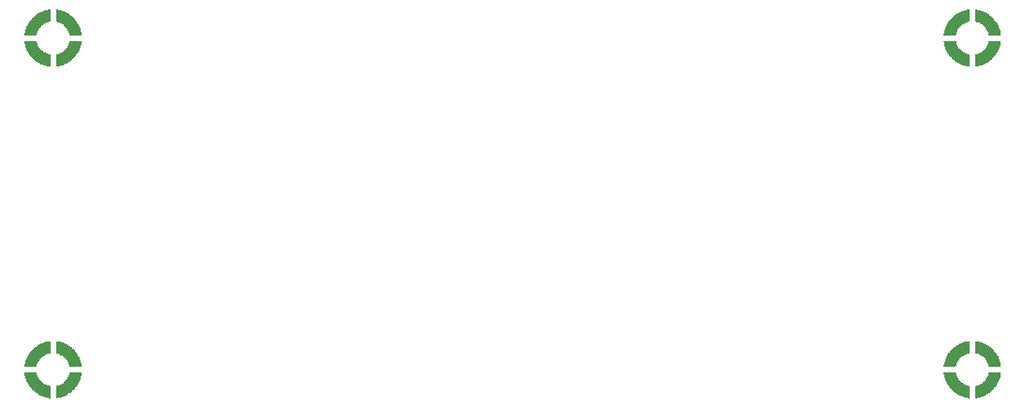
<source format=gbr>
%TF.GenerationSoftware,KiCad,Pcbnew,8.0.5*%
%TF.CreationDate,2025-04-28T01:24:49-04:00*%
%TF.ProjectId,CanSat_Power_Management_Board,43616e53-6174-45f5-906f-7765725f4d61,rev?*%
%TF.SameCoordinates,Original*%
%TF.FileFunction,Paste,Bot*%
%TF.FilePolarity,Positive*%
%FSLAX46Y46*%
G04 Gerber Fmt 4.6, Leading zero omitted, Abs format (unit mm)*
G04 Created by KiCad (PCBNEW 8.0.5) date 2025-04-28 01:24:49*
%MOMM*%
%LPD*%
G01*
G04 APERTURE LIST*
%ADD10C,0.010000*%
G04 APERTURE END LIST*
D10*
%TO.C,REF\u002A\u002A*%
X191200000Y-83480000D02*
X191145000Y-83490000D01*
X191070000Y-83510000D01*
X190990000Y-83535000D01*
X190925000Y-83560000D01*
X190855000Y-83590000D01*
X190755000Y-83640000D01*
X190685000Y-83680000D01*
X190610000Y-83730000D01*
X190530000Y-83790000D01*
X190475000Y-83835000D01*
X190430000Y-83880000D01*
X190390000Y-83920000D01*
X190355000Y-83955000D01*
X190295000Y-84025000D01*
X190245000Y-84090000D01*
X190190000Y-84170000D01*
X190145000Y-84245000D01*
X190080000Y-84375000D01*
X190040000Y-84475000D01*
X190010000Y-84570000D01*
X189990000Y-84645000D01*
X189980000Y-84700000D01*
X188960000Y-84700000D01*
X188965000Y-84640000D01*
X188975000Y-84575000D01*
X188985000Y-84515000D01*
X189000000Y-84440000D01*
X189025000Y-84340000D01*
X189055000Y-84240000D01*
X189085000Y-84145000D01*
X189110000Y-84080000D01*
X189140000Y-84005000D01*
X189175000Y-83925000D01*
X189215000Y-83845000D01*
X189255000Y-83770000D01*
X189300000Y-83690000D01*
X189340000Y-83625000D01*
X189390000Y-83550000D01*
X189440000Y-83480000D01*
X189490000Y-83415000D01*
X189545000Y-83345000D01*
X189595000Y-83290000D01*
X189655000Y-83225000D01*
X189715000Y-83165000D01*
X189785000Y-83100000D01*
X189845000Y-83045000D01*
X189940000Y-82970000D01*
X190035000Y-82900000D01*
X190110000Y-82850000D01*
X190180000Y-82805000D01*
X190250000Y-82765000D01*
X190335000Y-82720000D01*
X190385000Y-82695000D01*
X190460000Y-82660000D01*
X190530000Y-82630000D01*
X190605000Y-82600000D01*
X190675000Y-82575000D01*
X190750000Y-82550000D01*
X190825000Y-82530000D01*
X190900000Y-82510000D01*
X190990000Y-82490000D01*
X191075000Y-82475000D01*
X191140000Y-82465000D01*
X191200000Y-82460000D01*
X191200000Y-83480000D01*
G36*
X191200000Y-83480000D02*
G01*
X191145000Y-83490000D01*
X191070000Y-83510000D01*
X190990000Y-83535000D01*
X190925000Y-83560000D01*
X190855000Y-83590000D01*
X190755000Y-83640000D01*
X190685000Y-83680000D01*
X190610000Y-83730000D01*
X190530000Y-83790000D01*
X190475000Y-83835000D01*
X190430000Y-83880000D01*
X190390000Y-83920000D01*
X190355000Y-83955000D01*
X190295000Y-84025000D01*
X190245000Y-84090000D01*
X190190000Y-84170000D01*
X190145000Y-84245000D01*
X190080000Y-84375000D01*
X190040000Y-84475000D01*
X190010000Y-84570000D01*
X189990000Y-84645000D01*
X189980000Y-84700000D01*
X188960000Y-84700000D01*
X188965000Y-84640000D01*
X188975000Y-84575000D01*
X188985000Y-84515000D01*
X189000000Y-84440000D01*
X189025000Y-84340000D01*
X189055000Y-84240000D01*
X189085000Y-84145000D01*
X189110000Y-84080000D01*
X189140000Y-84005000D01*
X189175000Y-83925000D01*
X189215000Y-83845000D01*
X189255000Y-83770000D01*
X189300000Y-83690000D01*
X189340000Y-83625000D01*
X189390000Y-83550000D01*
X189440000Y-83480000D01*
X189490000Y-83415000D01*
X189545000Y-83345000D01*
X189595000Y-83290000D01*
X189655000Y-83225000D01*
X189715000Y-83165000D01*
X189785000Y-83100000D01*
X189845000Y-83045000D01*
X189940000Y-82970000D01*
X190035000Y-82900000D01*
X190110000Y-82850000D01*
X190180000Y-82805000D01*
X190250000Y-82765000D01*
X190335000Y-82720000D01*
X190385000Y-82695000D01*
X190460000Y-82660000D01*
X190530000Y-82630000D01*
X190605000Y-82600000D01*
X190675000Y-82575000D01*
X190750000Y-82550000D01*
X190825000Y-82530000D01*
X190900000Y-82510000D01*
X190990000Y-82490000D01*
X191075000Y-82475000D01*
X191140000Y-82465000D01*
X191200000Y-82460000D01*
X191200000Y-83480000D01*
G37*
X189990000Y-85355000D02*
X190010000Y-85430000D01*
X190035000Y-85510000D01*
X190060000Y-85575000D01*
X190090000Y-85645000D01*
X190140000Y-85745000D01*
X190180000Y-85815000D01*
X190230000Y-85890000D01*
X190290000Y-85970000D01*
X190335000Y-86025000D01*
X190380000Y-86070000D01*
X190420000Y-86110000D01*
X190455000Y-86145000D01*
X190525000Y-86205000D01*
X190590000Y-86255000D01*
X190670000Y-86310000D01*
X190745000Y-86355000D01*
X190875000Y-86420000D01*
X190975000Y-86460000D01*
X191070000Y-86490000D01*
X191145000Y-86510000D01*
X191200000Y-86520000D01*
X191200000Y-87540000D01*
X191140000Y-87535000D01*
X191075000Y-87525000D01*
X191015000Y-87515000D01*
X190940000Y-87500000D01*
X190840000Y-87475000D01*
X190740000Y-87445000D01*
X190645000Y-87415000D01*
X190580000Y-87390000D01*
X190505000Y-87360000D01*
X190425000Y-87325000D01*
X190345000Y-87285000D01*
X190270000Y-87245000D01*
X190190000Y-87200000D01*
X190125000Y-87160000D01*
X190050000Y-87110000D01*
X189980000Y-87060000D01*
X189915000Y-87010000D01*
X189845000Y-86955000D01*
X189790000Y-86905000D01*
X189725000Y-86845000D01*
X189665000Y-86785000D01*
X189600000Y-86715000D01*
X189545000Y-86655000D01*
X189470000Y-86560000D01*
X189400000Y-86465000D01*
X189350000Y-86390000D01*
X189305000Y-86320000D01*
X189265000Y-86250000D01*
X189220000Y-86165000D01*
X189195000Y-86115000D01*
X189160000Y-86040000D01*
X189130000Y-85970000D01*
X189100000Y-85895000D01*
X189075000Y-85825000D01*
X189050000Y-85750000D01*
X189030000Y-85675000D01*
X189010000Y-85600000D01*
X188990000Y-85510000D01*
X188975000Y-85425000D01*
X188965000Y-85360000D01*
X188960000Y-85300000D01*
X189980000Y-85300000D01*
X189990000Y-85355000D01*
G36*
X189990000Y-85355000D02*
G01*
X190010000Y-85430000D01*
X190035000Y-85510000D01*
X190060000Y-85575000D01*
X190090000Y-85645000D01*
X190140000Y-85745000D01*
X190180000Y-85815000D01*
X190230000Y-85890000D01*
X190290000Y-85970000D01*
X190335000Y-86025000D01*
X190380000Y-86070000D01*
X190420000Y-86110000D01*
X190455000Y-86145000D01*
X190525000Y-86205000D01*
X190590000Y-86255000D01*
X190670000Y-86310000D01*
X190745000Y-86355000D01*
X190875000Y-86420000D01*
X190975000Y-86460000D01*
X191070000Y-86490000D01*
X191145000Y-86510000D01*
X191200000Y-86520000D01*
X191200000Y-87540000D01*
X191140000Y-87535000D01*
X191075000Y-87525000D01*
X191015000Y-87515000D01*
X190940000Y-87500000D01*
X190840000Y-87475000D01*
X190740000Y-87445000D01*
X190645000Y-87415000D01*
X190580000Y-87390000D01*
X190505000Y-87360000D01*
X190425000Y-87325000D01*
X190345000Y-87285000D01*
X190270000Y-87245000D01*
X190190000Y-87200000D01*
X190125000Y-87160000D01*
X190050000Y-87110000D01*
X189980000Y-87060000D01*
X189915000Y-87010000D01*
X189845000Y-86955000D01*
X189790000Y-86905000D01*
X189725000Y-86845000D01*
X189665000Y-86785000D01*
X189600000Y-86715000D01*
X189545000Y-86655000D01*
X189470000Y-86560000D01*
X189400000Y-86465000D01*
X189350000Y-86390000D01*
X189305000Y-86320000D01*
X189265000Y-86250000D01*
X189220000Y-86165000D01*
X189195000Y-86115000D01*
X189160000Y-86040000D01*
X189130000Y-85970000D01*
X189100000Y-85895000D01*
X189075000Y-85825000D01*
X189050000Y-85750000D01*
X189030000Y-85675000D01*
X189010000Y-85600000D01*
X188990000Y-85510000D01*
X188975000Y-85425000D01*
X188965000Y-85360000D01*
X188960000Y-85300000D01*
X189980000Y-85300000D01*
X189990000Y-85355000D01*
G37*
X191860000Y-82465000D02*
X191925000Y-82475000D01*
X191985000Y-82485000D01*
X192060000Y-82500000D01*
X192160000Y-82525000D01*
X192260000Y-82555000D01*
X192355000Y-82585000D01*
X192420000Y-82610000D01*
X192495000Y-82640000D01*
X192575000Y-82675000D01*
X192655000Y-82715000D01*
X192730000Y-82755000D01*
X192810000Y-82800000D01*
X192875000Y-82840000D01*
X192950000Y-82890000D01*
X193020000Y-82940000D01*
X193085000Y-82990000D01*
X193155000Y-83045000D01*
X193210000Y-83095000D01*
X193275000Y-83155000D01*
X193335000Y-83215000D01*
X193400000Y-83285000D01*
X193455000Y-83345000D01*
X193530000Y-83440000D01*
X193600000Y-83535000D01*
X193650000Y-83610000D01*
X193695000Y-83680000D01*
X193735000Y-83750000D01*
X193780000Y-83835000D01*
X193805000Y-83885000D01*
X193840000Y-83960000D01*
X193870000Y-84030000D01*
X193900000Y-84105000D01*
X193925000Y-84175000D01*
X193950000Y-84250000D01*
X193970000Y-84325000D01*
X193990000Y-84400000D01*
X194010000Y-84490000D01*
X194025000Y-84575000D01*
X194035000Y-84640000D01*
X194040000Y-84700000D01*
X193020000Y-84700000D01*
X193010000Y-84645000D01*
X192990000Y-84570000D01*
X192965000Y-84490000D01*
X192940000Y-84425000D01*
X192910000Y-84355000D01*
X192860000Y-84255000D01*
X192820000Y-84185000D01*
X192770000Y-84110000D01*
X192710000Y-84030000D01*
X192665000Y-83975000D01*
X192620000Y-83930000D01*
X192580000Y-83890000D01*
X192545000Y-83855000D01*
X192475000Y-83795000D01*
X192410000Y-83745000D01*
X192330000Y-83690000D01*
X192255000Y-83645000D01*
X192125000Y-83580000D01*
X192025000Y-83540000D01*
X191930000Y-83510000D01*
X191855000Y-83490000D01*
X191800000Y-83480000D01*
X191800000Y-82460000D01*
X191860000Y-82465000D01*
G36*
X191860000Y-82465000D02*
G01*
X191925000Y-82475000D01*
X191985000Y-82485000D01*
X192060000Y-82500000D01*
X192160000Y-82525000D01*
X192260000Y-82555000D01*
X192355000Y-82585000D01*
X192420000Y-82610000D01*
X192495000Y-82640000D01*
X192575000Y-82675000D01*
X192655000Y-82715000D01*
X192730000Y-82755000D01*
X192810000Y-82800000D01*
X192875000Y-82840000D01*
X192950000Y-82890000D01*
X193020000Y-82940000D01*
X193085000Y-82990000D01*
X193155000Y-83045000D01*
X193210000Y-83095000D01*
X193275000Y-83155000D01*
X193335000Y-83215000D01*
X193400000Y-83285000D01*
X193455000Y-83345000D01*
X193530000Y-83440000D01*
X193600000Y-83535000D01*
X193650000Y-83610000D01*
X193695000Y-83680000D01*
X193735000Y-83750000D01*
X193780000Y-83835000D01*
X193805000Y-83885000D01*
X193840000Y-83960000D01*
X193870000Y-84030000D01*
X193900000Y-84105000D01*
X193925000Y-84175000D01*
X193950000Y-84250000D01*
X193970000Y-84325000D01*
X193990000Y-84400000D01*
X194010000Y-84490000D01*
X194025000Y-84575000D01*
X194035000Y-84640000D01*
X194040000Y-84700000D01*
X193020000Y-84700000D01*
X193010000Y-84645000D01*
X192990000Y-84570000D01*
X192965000Y-84490000D01*
X192940000Y-84425000D01*
X192910000Y-84355000D01*
X192860000Y-84255000D01*
X192820000Y-84185000D01*
X192770000Y-84110000D01*
X192710000Y-84030000D01*
X192665000Y-83975000D01*
X192620000Y-83930000D01*
X192580000Y-83890000D01*
X192545000Y-83855000D01*
X192475000Y-83795000D01*
X192410000Y-83745000D01*
X192330000Y-83690000D01*
X192255000Y-83645000D01*
X192125000Y-83580000D01*
X192025000Y-83540000D01*
X191930000Y-83510000D01*
X191855000Y-83490000D01*
X191800000Y-83480000D01*
X191800000Y-82460000D01*
X191860000Y-82465000D01*
G37*
X194035000Y-85360000D02*
X194025000Y-85425000D01*
X194015000Y-85485000D01*
X194000000Y-85560000D01*
X193975000Y-85660000D01*
X193945000Y-85760000D01*
X193915000Y-85855000D01*
X193890000Y-85920000D01*
X193860000Y-85995000D01*
X193825000Y-86075000D01*
X193785000Y-86155000D01*
X193745000Y-86230000D01*
X193700000Y-86310000D01*
X193660000Y-86375000D01*
X193610000Y-86450000D01*
X193560000Y-86520000D01*
X193510000Y-86585000D01*
X193455000Y-86655000D01*
X193405000Y-86710000D01*
X193345000Y-86775000D01*
X193285000Y-86835000D01*
X193215000Y-86900000D01*
X193155000Y-86955000D01*
X193060000Y-87030000D01*
X192965000Y-87100000D01*
X192890000Y-87150000D01*
X192820000Y-87195000D01*
X192750000Y-87235000D01*
X192665000Y-87280000D01*
X192615000Y-87305000D01*
X192540000Y-87340000D01*
X192470000Y-87370000D01*
X192395000Y-87400000D01*
X192325000Y-87425000D01*
X192250000Y-87450000D01*
X192175000Y-87470000D01*
X192100000Y-87490000D01*
X192010000Y-87510000D01*
X191925000Y-87525000D01*
X191860000Y-87535000D01*
X191800000Y-87540000D01*
X191800000Y-86520000D01*
X191855000Y-86510000D01*
X191930000Y-86490000D01*
X192010000Y-86465000D01*
X192075000Y-86440000D01*
X192145000Y-86410000D01*
X192245000Y-86360000D01*
X192315000Y-86320000D01*
X192390000Y-86270000D01*
X192470000Y-86210000D01*
X192525000Y-86165000D01*
X192570000Y-86120000D01*
X192610000Y-86080000D01*
X192645000Y-86045000D01*
X192705000Y-85975000D01*
X192755000Y-85910000D01*
X192810000Y-85830000D01*
X192855000Y-85755000D01*
X192920000Y-85625000D01*
X192960000Y-85525000D01*
X192990000Y-85430000D01*
X193010000Y-85355000D01*
X193020000Y-85300000D01*
X194040000Y-85300000D01*
X194035000Y-85360000D01*
G36*
X194035000Y-85360000D02*
G01*
X194025000Y-85425000D01*
X194015000Y-85485000D01*
X194000000Y-85560000D01*
X193975000Y-85660000D01*
X193945000Y-85760000D01*
X193915000Y-85855000D01*
X193890000Y-85920000D01*
X193860000Y-85995000D01*
X193825000Y-86075000D01*
X193785000Y-86155000D01*
X193745000Y-86230000D01*
X193700000Y-86310000D01*
X193660000Y-86375000D01*
X193610000Y-86450000D01*
X193560000Y-86520000D01*
X193510000Y-86585000D01*
X193455000Y-86655000D01*
X193405000Y-86710000D01*
X193345000Y-86775000D01*
X193285000Y-86835000D01*
X193215000Y-86900000D01*
X193155000Y-86955000D01*
X193060000Y-87030000D01*
X192965000Y-87100000D01*
X192890000Y-87150000D01*
X192820000Y-87195000D01*
X192750000Y-87235000D01*
X192665000Y-87280000D01*
X192615000Y-87305000D01*
X192540000Y-87340000D01*
X192470000Y-87370000D01*
X192395000Y-87400000D01*
X192325000Y-87425000D01*
X192250000Y-87450000D01*
X192175000Y-87470000D01*
X192100000Y-87490000D01*
X192010000Y-87510000D01*
X191925000Y-87525000D01*
X191860000Y-87535000D01*
X191800000Y-87540000D01*
X191800000Y-86520000D01*
X191855000Y-86510000D01*
X191930000Y-86490000D01*
X192010000Y-86465000D01*
X192075000Y-86440000D01*
X192145000Y-86410000D01*
X192245000Y-86360000D01*
X192315000Y-86320000D01*
X192390000Y-86270000D01*
X192470000Y-86210000D01*
X192525000Y-86165000D01*
X192570000Y-86120000D01*
X192610000Y-86080000D01*
X192645000Y-86045000D01*
X192705000Y-85975000D01*
X192755000Y-85910000D01*
X192810000Y-85830000D01*
X192855000Y-85755000D01*
X192920000Y-85625000D01*
X192960000Y-85525000D01*
X192990000Y-85430000D01*
X193010000Y-85355000D01*
X193020000Y-85300000D01*
X194040000Y-85300000D01*
X194035000Y-85360000D01*
G37*
X108200000Y-113480000D02*
X108145000Y-113490000D01*
X108070000Y-113510000D01*
X107990000Y-113535000D01*
X107925000Y-113560000D01*
X107855000Y-113590000D01*
X107755000Y-113640000D01*
X107685000Y-113680000D01*
X107610000Y-113730000D01*
X107530000Y-113790000D01*
X107475000Y-113835000D01*
X107430000Y-113880000D01*
X107390000Y-113920000D01*
X107355000Y-113955000D01*
X107295000Y-114025000D01*
X107245000Y-114090000D01*
X107190000Y-114170000D01*
X107145000Y-114245000D01*
X107080000Y-114375000D01*
X107040000Y-114475000D01*
X107010000Y-114570000D01*
X106990000Y-114645000D01*
X106980000Y-114700000D01*
X105960000Y-114700000D01*
X105965000Y-114640000D01*
X105975000Y-114575000D01*
X105985000Y-114515000D01*
X106000000Y-114440000D01*
X106025000Y-114340000D01*
X106055000Y-114240000D01*
X106085000Y-114145000D01*
X106110000Y-114080000D01*
X106140000Y-114005000D01*
X106175000Y-113925000D01*
X106215000Y-113845000D01*
X106255000Y-113770000D01*
X106300000Y-113690000D01*
X106340000Y-113625000D01*
X106390000Y-113550000D01*
X106440000Y-113480000D01*
X106490000Y-113415000D01*
X106545000Y-113345000D01*
X106595000Y-113290000D01*
X106655000Y-113225000D01*
X106715000Y-113165000D01*
X106785000Y-113100000D01*
X106845000Y-113045000D01*
X106940000Y-112970000D01*
X107035000Y-112900000D01*
X107110000Y-112850000D01*
X107180000Y-112805000D01*
X107250000Y-112765000D01*
X107335000Y-112720000D01*
X107385000Y-112695000D01*
X107460000Y-112660000D01*
X107530000Y-112630000D01*
X107605000Y-112600000D01*
X107675000Y-112575000D01*
X107750000Y-112550000D01*
X107825000Y-112530000D01*
X107900000Y-112510000D01*
X107990000Y-112490000D01*
X108075000Y-112475000D01*
X108140000Y-112465000D01*
X108200000Y-112460000D01*
X108200000Y-113480000D01*
G36*
X108200000Y-113480000D02*
G01*
X108145000Y-113490000D01*
X108070000Y-113510000D01*
X107990000Y-113535000D01*
X107925000Y-113560000D01*
X107855000Y-113590000D01*
X107755000Y-113640000D01*
X107685000Y-113680000D01*
X107610000Y-113730000D01*
X107530000Y-113790000D01*
X107475000Y-113835000D01*
X107430000Y-113880000D01*
X107390000Y-113920000D01*
X107355000Y-113955000D01*
X107295000Y-114025000D01*
X107245000Y-114090000D01*
X107190000Y-114170000D01*
X107145000Y-114245000D01*
X107080000Y-114375000D01*
X107040000Y-114475000D01*
X107010000Y-114570000D01*
X106990000Y-114645000D01*
X106980000Y-114700000D01*
X105960000Y-114700000D01*
X105965000Y-114640000D01*
X105975000Y-114575000D01*
X105985000Y-114515000D01*
X106000000Y-114440000D01*
X106025000Y-114340000D01*
X106055000Y-114240000D01*
X106085000Y-114145000D01*
X106110000Y-114080000D01*
X106140000Y-114005000D01*
X106175000Y-113925000D01*
X106215000Y-113845000D01*
X106255000Y-113770000D01*
X106300000Y-113690000D01*
X106340000Y-113625000D01*
X106390000Y-113550000D01*
X106440000Y-113480000D01*
X106490000Y-113415000D01*
X106545000Y-113345000D01*
X106595000Y-113290000D01*
X106655000Y-113225000D01*
X106715000Y-113165000D01*
X106785000Y-113100000D01*
X106845000Y-113045000D01*
X106940000Y-112970000D01*
X107035000Y-112900000D01*
X107110000Y-112850000D01*
X107180000Y-112805000D01*
X107250000Y-112765000D01*
X107335000Y-112720000D01*
X107385000Y-112695000D01*
X107460000Y-112660000D01*
X107530000Y-112630000D01*
X107605000Y-112600000D01*
X107675000Y-112575000D01*
X107750000Y-112550000D01*
X107825000Y-112530000D01*
X107900000Y-112510000D01*
X107990000Y-112490000D01*
X108075000Y-112475000D01*
X108140000Y-112465000D01*
X108200000Y-112460000D01*
X108200000Y-113480000D01*
G37*
X106990000Y-115355000D02*
X107010000Y-115430000D01*
X107035000Y-115510000D01*
X107060000Y-115575000D01*
X107090000Y-115645000D01*
X107140000Y-115745000D01*
X107180000Y-115815000D01*
X107230000Y-115890000D01*
X107290000Y-115970000D01*
X107335000Y-116025000D01*
X107380000Y-116070000D01*
X107420000Y-116110000D01*
X107455000Y-116145000D01*
X107525000Y-116205000D01*
X107590000Y-116255000D01*
X107670000Y-116310000D01*
X107745000Y-116355000D01*
X107875000Y-116420000D01*
X107975000Y-116460000D01*
X108070000Y-116490000D01*
X108145000Y-116510000D01*
X108200000Y-116520000D01*
X108200000Y-117540000D01*
X108140000Y-117535000D01*
X108075000Y-117525000D01*
X108015000Y-117515000D01*
X107940000Y-117500000D01*
X107840000Y-117475000D01*
X107740000Y-117445000D01*
X107645000Y-117415000D01*
X107580000Y-117390000D01*
X107505000Y-117360000D01*
X107425000Y-117325000D01*
X107345000Y-117285000D01*
X107270000Y-117245000D01*
X107190000Y-117200000D01*
X107125000Y-117160000D01*
X107050000Y-117110000D01*
X106980000Y-117060000D01*
X106915000Y-117010000D01*
X106845000Y-116955000D01*
X106790000Y-116905000D01*
X106725000Y-116845000D01*
X106665000Y-116785000D01*
X106600000Y-116715000D01*
X106545000Y-116655000D01*
X106470000Y-116560000D01*
X106400000Y-116465000D01*
X106350000Y-116390000D01*
X106305000Y-116320000D01*
X106265000Y-116250000D01*
X106220000Y-116165000D01*
X106195000Y-116115000D01*
X106160000Y-116040000D01*
X106130000Y-115970000D01*
X106100000Y-115895000D01*
X106075000Y-115825000D01*
X106050000Y-115750000D01*
X106030000Y-115675000D01*
X106010000Y-115600000D01*
X105990000Y-115510000D01*
X105975000Y-115425000D01*
X105965000Y-115360000D01*
X105960000Y-115300000D01*
X106980000Y-115300000D01*
X106990000Y-115355000D01*
G36*
X106990000Y-115355000D02*
G01*
X107010000Y-115430000D01*
X107035000Y-115510000D01*
X107060000Y-115575000D01*
X107090000Y-115645000D01*
X107140000Y-115745000D01*
X107180000Y-115815000D01*
X107230000Y-115890000D01*
X107290000Y-115970000D01*
X107335000Y-116025000D01*
X107380000Y-116070000D01*
X107420000Y-116110000D01*
X107455000Y-116145000D01*
X107525000Y-116205000D01*
X107590000Y-116255000D01*
X107670000Y-116310000D01*
X107745000Y-116355000D01*
X107875000Y-116420000D01*
X107975000Y-116460000D01*
X108070000Y-116490000D01*
X108145000Y-116510000D01*
X108200000Y-116520000D01*
X108200000Y-117540000D01*
X108140000Y-117535000D01*
X108075000Y-117525000D01*
X108015000Y-117515000D01*
X107940000Y-117500000D01*
X107840000Y-117475000D01*
X107740000Y-117445000D01*
X107645000Y-117415000D01*
X107580000Y-117390000D01*
X107505000Y-117360000D01*
X107425000Y-117325000D01*
X107345000Y-117285000D01*
X107270000Y-117245000D01*
X107190000Y-117200000D01*
X107125000Y-117160000D01*
X107050000Y-117110000D01*
X106980000Y-117060000D01*
X106915000Y-117010000D01*
X106845000Y-116955000D01*
X106790000Y-116905000D01*
X106725000Y-116845000D01*
X106665000Y-116785000D01*
X106600000Y-116715000D01*
X106545000Y-116655000D01*
X106470000Y-116560000D01*
X106400000Y-116465000D01*
X106350000Y-116390000D01*
X106305000Y-116320000D01*
X106265000Y-116250000D01*
X106220000Y-116165000D01*
X106195000Y-116115000D01*
X106160000Y-116040000D01*
X106130000Y-115970000D01*
X106100000Y-115895000D01*
X106075000Y-115825000D01*
X106050000Y-115750000D01*
X106030000Y-115675000D01*
X106010000Y-115600000D01*
X105990000Y-115510000D01*
X105975000Y-115425000D01*
X105965000Y-115360000D01*
X105960000Y-115300000D01*
X106980000Y-115300000D01*
X106990000Y-115355000D01*
G37*
X108860000Y-112465000D02*
X108925000Y-112475000D01*
X108985000Y-112485000D01*
X109060000Y-112500000D01*
X109160000Y-112525000D01*
X109260000Y-112555000D01*
X109355000Y-112585000D01*
X109420000Y-112610000D01*
X109495000Y-112640000D01*
X109575000Y-112675000D01*
X109655000Y-112715000D01*
X109730000Y-112755000D01*
X109810000Y-112800000D01*
X109875000Y-112840000D01*
X109950000Y-112890000D01*
X110020000Y-112940000D01*
X110085000Y-112990000D01*
X110155000Y-113045000D01*
X110210000Y-113095000D01*
X110275000Y-113155000D01*
X110335000Y-113215000D01*
X110400000Y-113285000D01*
X110455000Y-113345000D01*
X110530000Y-113440000D01*
X110600000Y-113535000D01*
X110650000Y-113610000D01*
X110695000Y-113680000D01*
X110735000Y-113750000D01*
X110780000Y-113835000D01*
X110805000Y-113885000D01*
X110840000Y-113960000D01*
X110870000Y-114030000D01*
X110900000Y-114105000D01*
X110925000Y-114175000D01*
X110950000Y-114250000D01*
X110970000Y-114325000D01*
X110990000Y-114400000D01*
X111010000Y-114490000D01*
X111025000Y-114575000D01*
X111035000Y-114640000D01*
X111040000Y-114700000D01*
X110020000Y-114700000D01*
X110010000Y-114645000D01*
X109990000Y-114570000D01*
X109965000Y-114490000D01*
X109940000Y-114425000D01*
X109910000Y-114355000D01*
X109860000Y-114255000D01*
X109820000Y-114185000D01*
X109770000Y-114110000D01*
X109710000Y-114030000D01*
X109665000Y-113975000D01*
X109620000Y-113930000D01*
X109580000Y-113890000D01*
X109545000Y-113855000D01*
X109475000Y-113795000D01*
X109410000Y-113745000D01*
X109330000Y-113690000D01*
X109255000Y-113645000D01*
X109125000Y-113580000D01*
X109025000Y-113540000D01*
X108930000Y-113510000D01*
X108855000Y-113490000D01*
X108800000Y-113480000D01*
X108800000Y-112460000D01*
X108860000Y-112465000D01*
G36*
X108860000Y-112465000D02*
G01*
X108925000Y-112475000D01*
X108985000Y-112485000D01*
X109060000Y-112500000D01*
X109160000Y-112525000D01*
X109260000Y-112555000D01*
X109355000Y-112585000D01*
X109420000Y-112610000D01*
X109495000Y-112640000D01*
X109575000Y-112675000D01*
X109655000Y-112715000D01*
X109730000Y-112755000D01*
X109810000Y-112800000D01*
X109875000Y-112840000D01*
X109950000Y-112890000D01*
X110020000Y-112940000D01*
X110085000Y-112990000D01*
X110155000Y-113045000D01*
X110210000Y-113095000D01*
X110275000Y-113155000D01*
X110335000Y-113215000D01*
X110400000Y-113285000D01*
X110455000Y-113345000D01*
X110530000Y-113440000D01*
X110600000Y-113535000D01*
X110650000Y-113610000D01*
X110695000Y-113680000D01*
X110735000Y-113750000D01*
X110780000Y-113835000D01*
X110805000Y-113885000D01*
X110840000Y-113960000D01*
X110870000Y-114030000D01*
X110900000Y-114105000D01*
X110925000Y-114175000D01*
X110950000Y-114250000D01*
X110970000Y-114325000D01*
X110990000Y-114400000D01*
X111010000Y-114490000D01*
X111025000Y-114575000D01*
X111035000Y-114640000D01*
X111040000Y-114700000D01*
X110020000Y-114700000D01*
X110010000Y-114645000D01*
X109990000Y-114570000D01*
X109965000Y-114490000D01*
X109940000Y-114425000D01*
X109910000Y-114355000D01*
X109860000Y-114255000D01*
X109820000Y-114185000D01*
X109770000Y-114110000D01*
X109710000Y-114030000D01*
X109665000Y-113975000D01*
X109620000Y-113930000D01*
X109580000Y-113890000D01*
X109545000Y-113855000D01*
X109475000Y-113795000D01*
X109410000Y-113745000D01*
X109330000Y-113690000D01*
X109255000Y-113645000D01*
X109125000Y-113580000D01*
X109025000Y-113540000D01*
X108930000Y-113510000D01*
X108855000Y-113490000D01*
X108800000Y-113480000D01*
X108800000Y-112460000D01*
X108860000Y-112465000D01*
G37*
X111035000Y-115360000D02*
X111025000Y-115425000D01*
X111015000Y-115485000D01*
X111000000Y-115560000D01*
X110975000Y-115660000D01*
X110945000Y-115760000D01*
X110915000Y-115855000D01*
X110890000Y-115920000D01*
X110860000Y-115995000D01*
X110825000Y-116075000D01*
X110785000Y-116155000D01*
X110745000Y-116230000D01*
X110700000Y-116310000D01*
X110660000Y-116375000D01*
X110610000Y-116450000D01*
X110560000Y-116520000D01*
X110510000Y-116585000D01*
X110455000Y-116655000D01*
X110405000Y-116710000D01*
X110345000Y-116775000D01*
X110285000Y-116835000D01*
X110215000Y-116900000D01*
X110155000Y-116955000D01*
X110060000Y-117030000D01*
X109965000Y-117100000D01*
X109890000Y-117150000D01*
X109820000Y-117195000D01*
X109750000Y-117235000D01*
X109665000Y-117280000D01*
X109615000Y-117305000D01*
X109540000Y-117340000D01*
X109470000Y-117370000D01*
X109395000Y-117400000D01*
X109325000Y-117425000D01*
X109250000Y-117450000D01*
X109175000Y-117470000D01*
X109100000Y-117490000D01*
X109010000Y-117510000D01*
X108925000Y-117525000D01*
X108860000Y-117535000D01*
X108800000Y-117540000D01*
X108800000Y-116520000D01*
X108855000Y-116510000D01*
X108930000Y-116490000D01*
X109010000Y-116465000D01*
X109075000Y-116440000D01*
X109145000Y-116410000D01*
X109245000Y-116360000D01*
X109315000Y-116320000D01*
X109390000Y-116270000D01*
X109470000Y-116210000D01*
X109525000Y-116165000D01*
X109570000Y-116120000D01*
X109610000Y-116080000D01*
X109645000Y-116045000D01*
X109705000Y-115975000D01*
X109755000Y-115910000D01*
X109810000Y-115830000D01*
X109855000Y-115755000D01*
X109920000Y-115625000D01*
X109960000Y-115525000D01*
X109990000Y-115430000D01*
X110010000Y-115355000D01*
X110020000Y-115300000D01*
X111040000Y-115300000D01*
X111035000Y-115360000D01*
G36*
X111035000Y-115360000D02*
G01*
X111025000Y-115425000D01*
X111015000Y-115485000D01*
X111000000Y-115560000D01*
X110975000Y-115660000D01*
X110945000Y-115760000D01*
X110915000Y-115855000D01*
X110890000Y-115920000D01*
X110860000Y-115995000D01*
X110825000Y-116075000D01*
X110785000Y-116155000D01*
X110745000Y-116230000D01*
X110700000Y-116310000D01*
X110660000Y-116375000D01*
X110610000Y-116450000D01*
X110560000Y-116520000D01*
X110510000Y-116585000D01*
X110455000Y-116655000D01*
X110405000Y-116710000D01*
X110345000Y-116775000D01*
X110285000Y-116835000D01*
X110215000Y-116900000D01*
X110155000Y-116955000D01*
X110060000Y-117030000D01*
X109965000Y-117100000D01*
X109890000Y-117150000D01*
X109820000Y-117195000D01*
X109750000Y-117235000D01*
X109665000Y-117280000D01*
X109615000Y-117305000D01*
X109540000Y-117340000D01*
X109470000Y-117370000D01*
X109395000Y-117400000D01*
X109325000Y-117425000D01*
X109250000Y-117450000D01*
X109175000Y-117470000D01*
X109100000Y-117490000D01*
X109010000Y-117510000D01*
X108925000Y-117525000D01*
X108860000Y-117535000D01*
X108800000Y-117540000D01*
X108800000Y-116520000D01*
X108855000Y-116510000D01*
X108930000Y-116490000D01*
X109010000Y-116465000D01*
X109075000Y-116440000D01*
X109145000Y-116410000D01*
X109245000Y-116360000D01*
X109315000Y-116320000D01*
X109390000Y-116270000D01*
X109470000Y-116210000D01*
X109525000Y-116165000D01*
X109570000Y-116120000D01*
X109610000Y-116080000D01*
X109645000Y-116045000D01*
X109705000Y-115975000D01*
X109755000Y-115910000D01*
X109810000Y-115830000D01*
X109855000Y-115755000D01*
X109920000Y-115625000D01*
X109960000Y-115525000D01*
X109990000Y-115430000D01*
X110010000Y-115355000D01*
X110020000Y-115300000D01*
X111040000Y-115300000D01*
X111035000Y-115360000D01*
G37*
X108200000Y-83480000D02*
X108145000Y-83490000D01*
X108070000Y-83510000D01*
X107990000Y-83535000D01*
X107925000Y-83560000D01*
X107855000Y-83590000D01*
X107755000Y-83640000D01*
X107685000Y-83680000D01*
X107610000Y-83730000D01*
X107530000Y-83790000D01*
X107475000Y-83835000D01*
X107430000Y-83880000D01*
X107390000Y-83920000D01*
X107355000Y-83955000D01*
X107295000Y-84025000D01*
X107245000Y-84090000D01*
X107190000Y-84170000D01*
X107145000Y-84245000D01*
X107080000Y-84375000D01*
X107040000Y-84475000D01*
X107010000Y-84570000D01*
X106990000Y-84645000D01*
X106980000Y-84700000D01*
X105960000Y-84700000D01*
X105965000Y-84640000D01*
X105975000Y-84575000D01*
X105985000Y-84515000D01*
X106000000Y-84440000D01*
X106025000Y-84340000D01*
X106055000Y-84240000D01*
X106085000Y-84145000D01*
X106110000Y-84080000D01*
X106140000Y-84005000D01*
X106175000Y-83925000D01*
X106215000Y-83845000D01*
X106255000Y-83770000D01*
X106300000Y-83690000D01*
X106340000Y-83625000D01*
X106390000Y-83550000D01*
X106440000Y-83480000D01*
X106490000Y-83415000D01*
X106545000Y-83345000D01*
X106595000Y-83290000D01*
X106655000Y-83225000D01*
X106715000Y-83165000D01*
X106785000Y-83100000D01*
X106845000Y-83045000D01*
X106940000Y-82970000D01*
X107035000Y-82900000D01*
X107110000Y-82850000D01*
X107180000Y-82805000D01*
X107250000Y-82765000D01*
X107335000Y-82720000D01*
X107385000Y-82695000D01*
X107460000Y-82660000D01*
X107530000Y-82630000D01*
X107605000Y-82600000D01*
X107675000Y-82575000D01*
X107750000Y-82550000D01*
X107825000Y-82530000D01*
X107900000Y-82510000D01*
X107990000Y-82490000D01*
X108075000Y-82475000D01*
X108140000Y-82465000D01*
X108200000Y-82460000D01*
X108200000Y-83480000D01*
G36*
X108200000Y-83480000D02*
G01*
X108145000Y-83490000D01*
X108070000Y-83510000D01*
X107990000Y-83535000D01*
X107925000Y-83560000D01*
X107855000Y-83590000D01*
X107755000Y-83640000D01*
X107685000Y-83680000D01*
X107610000Y-83730000D01*
X107530000Y-83790000D01*
X107475000Y-83835000D01*
X107430000Y-83880000D01*
X107390000Y-83920000D01*
X107355000Y-83955000D01*
X107295000Y-84025000D01*
X107245000Y-84090000D01*
X107190000Y-84170000D01*
X107145000Y-84245000D01*
X107080000Y-84375000D01*
X107040000Y-84475000D01*
X107010000Y-84570000D01*
X106990000Y-84645000D01*
X106980000Y-84700000D01*
X105960000Y-84700000D01*
X105965000Y-84640000D01*
X105975000Y-84575000D01*
X105985000Y-84515000D01*
X106000000Y-84440000D01*
X106025000Y-84340000D01*
X106055000Y-84240000D01*
X106085000Y-84145000D01*
X106110000Y-84080000D01*
X106140000Y-84005000D01*
X106175000Y-83925000D01*
X106215000Y-83845000D01*
X106255000Y-83770000D01*
X106300000Y-83690000D01*
X106340000Y-83625000D01*
X106390000Y-83550000D01*
X106440000Y-83480000D01*
X106490000Y-83415000D01*
X106545000Y-83345000D01*
X106595000Y-83290000D01*
X106655000Y-83225000D01*
X106715000Y-83165000D01*
X106785000Y-83100000D01*
X106845000Y-83045000D01*
X106940000Y-82970000D01*
X107035000Y-82900000D01*
X107110000Y-82850000D01*
X107180000Y-82805000D01*
X107250000Y-82765000D01*
X107335000Y-82720000D01*
X107385000Y-82695000D01*
X107460000Y-82660000D01*
X107530000Y-82630000D01*
X107605000Y-82600000D01*
X107675000Y-82575000D01*
X107750000Y-82550000D01*
X107825000Y-82530000D01*
X107900000Y-82510000D01*
X107990000Y-82490000D01*
X108075000Y-82475000D01*
X108140000Y-82465000D01*
X108200000Y-82460000D01*
X108200000Y-83480000D01*
G37*
X106990000Y-85355000D02*
X107010000Y-85430000D01*
X107035000Y-85510000D01*
X107060000Y-85575000D01*
X107090000Y-85645000D01*
X107140000Y-85745000D01*
X107180000Y-85815000D01*
X107230000Y-85890000D01*
X107290000Y-85970000D01*
X107335000Y-86025000D01*
X107380000Y-86070000D01*
X107420000Y-86110000D01*
X107455000Y-86145000D01*
X107525000Y-86205000D01*
X107590000Y-86255000D01*
X107670000Y-86310000D01*
X107745000Y-86355000D01*
X107875000Y-86420000D01*
X107975000Y-86460000D01*
X108070000Y-86490000D01*
X108145000Y-86510000D01*
X108200000Y-86520000D01*
X108200000Y-87540000D01*
X108140000Y-87535000D01*
X108075000Y-87525000D01*
X108015000Y-87515000D01*
X107940000Y-87500000D01*
X107840000Y-87475000D01*
X107740000Y-87445000D01*
X107645000Y-87415000D01*
X107580000Y-87390000D01*
X107505000Y-87360000D01*
X107425000Y-87325000D01*
X107345000Y-87285000D01*
X107270000Y-87245000D01*
X107190000Y-87200000D01*
X107125000Y-87160000D01*
X107050000Y-87110000D01*
X106980000Y-87060000D01*
X106915000Y-87010000D01*
X106845000Y-86955000D01*
X106790000Y-86905000D01*
X106725000Y-86845000D01*
X106665000Y-86785000D01*
X106600000Y-86715000D01*
X106545000Y-86655000D01*
X106470000Y-86560000D01*
X106400000Y-86465000D01*
X106350000Y-86390000D01*
X106305000Y-86320000D01*
X106265000Y-86250000D01*
X106220000Y-86165000D01*
X106195000Y-86115000D01*
X106160000Y-86040000D01*
X106130000Y-85970000D01*
X106100000Y-85895000D01*
X106075000Y-85825000D01*
X106050000Y-85750000D01*
X106030000Y-85675000D01*
X106010000Y-85600000D01*
X105990000Y-85510000D01*
X105975000Y-85425000D01*
X105965000Y-85360000D01*
X105960000Y-85300000D01*
X106980000Y-85300000D01*
X106990000Y-85355000D01*
G36*
X106990000Y-85355000D02*
G01*
X107010000Y-85430000D01*
X107035000Y-85510000D01*
X107060000Y-85575000D01*
X107090000Y-85645000D01*
X107140000Y-85745000D01*
X107180000Y-85815000D01*
X107230000Y-85890000D01*
X107290000Y-85970000D01*
X107335000Y-86025000D01*
X107380000Y-86070000D01*
X107420000Y-86110000D01*
X107455000Y-86145000D01*
X107525000Y-86205000D01*
X107590000Y-86255000D01*
X107670000Y-86310000D01*
X107745000Y-86355000D01*
X107875000Y-86420000D01*
X107975000Y-86460000D01*
X108070000Y-86490000D01*
X108145000Y-86510000D01*
X108200000Y-86520000D01*
X108200000Y-87540000D01*
X108140000Y-87535000D01*
X108075000Y-87525000D01*
X108015000Y-87515000D01*
X107940000Y-87500000D01*
X107840000Y-87475000D01*
X107740000Y-87445000D01*
X107645000Y-87415000D01*
X107580000Y-87390000D01*
X107505000Y-87360000D01*
X107425000Y-87325000D01*
X107345000Y-87285000D01*
X107270000Y-87245000D01*
X107190000Y-87200000D01*
X107125000Y-87160000D01*
X107050000Y-87110000D01*
X106980000Y-87060000D01*
X106915000Y-87010000D01*
X106845000Y-86955000D01*
X106790000Y-86905000D01*
X106725000Y-86845000D01*
X106665000Y-86785000D01*
X106600000Y-86715000D01*
X106545000Y-86655000D01*
X106470000Y-86560000D01*
X106400000Y-86465000D01*
X106350000Y-86390000D01*
X106305000Y-86320000D01*
X106265000Y-86250000D01*
X106220000Y-86165000D01*
X106195000Y-86115000D01*
X106160000Y-86040000D01*
X106130000Y-85970000D01*
X106100000Y-85895000D01*
X106075000Y-85825000D01*
X106050000Y-85750000D01*
X106030000Y-85675000D01*
X106010000Y-85600000D01*
X105990000Y-85510000D01*
X105975000Y-85425000D01*
X105965000Y-85360000D01*
X105960000Y-85300000D01*
X106980000Y-85300000D01*
X106990000Y-85355000D01*
G37*
X108860000Y-82465000D02*
X108925000Y-82475000D01*
X108985000Y-82485000D01*
X109060000Y-82500000D01*
X109160000Y-82525000D01*
X109260000Y-82555000D01*
X109355000Y-82585000D01*
X109420000Y-82610000D01*
X109495000Y-82640000D01*
X109575000Y-82675000D01*
X109655000Y-82715000D01*
X109730000Y-82755000D01*
X109810000Y-82800000D01*
X109875000Y-82840000D01*
X109950000Y-82890000D01*
X110020000Y-82940000D01*
X110085000Y-82990000D01*
X110155000Y-83045000D01*
X110210000Y-83095000D01*
X110275000Y-83155000D01*
X110335000Y-83215000D01*
X110400000Y-83285000D01*
X110455000Y-83345000D01*
X110530000Y-83440000D01*
X110600000Y-83535000D01*
X110650000Y-83610000D01*
X110695000Y-83680000D01*
X110735000Y-83750000D01*
X110780000Y-83835000D01*
X110805000Y-83885000D01*
X110840000Y-83960000D01*
X110870000Y-84030000D01*
X110900000Y-84105000D01*
X110925000Y-84175000D01*
X110950000Y-84250000D01*
X110970000Y-84325000D01*
X110990000Y-84400000D01*
X111010000Y-84490000D01*
X111025000Y-84575000D01*
X111035000Y-84640000D01*
X111040000Y-84700000D01*
X110020000Y-84700000D01*
X110010000Y-84645000D01*
X109990000Y-84570000D01*
X109965000Y-84490000D01*
X109940000Y-84425000D01*
X109910000Y-84355000D01*
X109860000Y-84255000D01*
X109820000Y-84185000D01*
X109770000Y-84110000D01*
X109710000Y-84030000D01*
X109665000Y-83975000D01*
X109620000Y-83930000D01*
X109580000Y-83890000D01*
X109545000Y-83855000D01*
X109475000Y-83795000D01*
X109410000Y-83745000D01*
X109330000Y-83690000D01*
X109255000Y-83645000D01*
X109125000Y-83580000D01*
X109025000Y-83540000D01*
X108930000Y-83510000D01*
X108855000Y-83490000D01*
X108800000Y-83480000D01*
X108800000Y-82460000D01*
X108860000Y-82465000D01*
G36*
X108860000Y-82465000D02*
G01*
X108925000Y-82475000D01*
X108985000Y-82485000D01*
X109060000Y-82500000D01*
X109160000Y-82525000D01*
X109260000Y-82555000D01*
X109355000Y-82585000D01*
X109420000Y-82610000D01*
X109495000Y-82640000D01*
X109575000Y-82675000D01*
X109655000Y-82715000D01*
X109730000Y-82755000D01*
X109810000Y-82800000D01*
X109875000Y-82840000D01*
X109950000Y-82890000D01*
X110020000Y-82940000D01*
X110085000Y-82990000D01*
X110155000Y-83045000D01*
X110210000Y-83095000D01*
X110275000Y-83155000D01*
X110335000Y-83215000D01*
X110400000Y-83285000D01*
X110455000Y-83345000D01*
X110530000Y-83440000D01*
X110600000Y-83535000D01*
X110650000Y-83610000D01*
X110695000Y-83680000D01*
X110735000Y-83750000D01*
X110780000Y-83835000D01*
X110805000Y-83885000D01*
X110840000Y-83960000D01*
X110870000Y-84030000D01*
X110900000Y-84105000D01*
X110925000Y-84175000D01*
X110950000Y-84250000D01*
X110970000Y-84325000D01*
X110990000Y-84400000D01*
X111010000Y-84490000D01*
X111025000Y-84575000D01*
X111035000Y-84640000D01*
X111040000Y-84700000D01*
X110020000Y-84700000D01*
X110010000Y-84645000D01*
X109990000Y-84570000D01*
X109965000Y-84490000D01*
X109940000Y-84425000D01*
X109910000Y-84355000D01*
X109860000Y-84255000D01*
X109820000Y-84185000D01*
X109770000Y-84110000D01*
X109710000Y-84030000D01*
X109665000Y-83975000D01*
X109620000Y-83930000D01*
X109580000Y-83890000D01*
X109545000Y-83855000D01*
X109475000Y-83795000D01*
X109410000Y-83745000D01*
X109330000Y-83690000D01*
X109255000Y-83645000D01*
X109125000Y-83580000D01*
X109025000Y-83540000D01*
X108930000Y-83510000D01*
X108855000Y-83490000D01*
X108800000Y-83480000D01*
X108800000Y-82460000D01*
X108860000Y-82465000D01*
G37*
X111035000Y-85360000D02*
X111025000Y-85425000D01*
X111015000Y-85485000D01*
X111000000Y-85560000D01*
X110975000Y-85660000D01*
X110945000Y-85760000D01*
X110915000Y-85855000D01*
X110890000Y-85920000D01*
X110860000Y-85995000D01*
X110825000Y-86075000D01*
X110785000Y-86155000D01*
X110745000Y-86230000D01*
X110700000Y-86310000D01*
X110660000Y-86375000D01*
X110610000Y-86450000D01*
X110560000Y-86520000D01*
X110510000Y-86585000D01*
X110455000Y-86655000D01*
X110405000Y-86710000D01*
X110345000Y-86775000D01*
X110285000Y-86835000D01*
X110215000Y-86900000D01*
X110155000Y-86955000D01*
X110060000Y-87030000D01*
X109965000Y-87100000D01*
X109890000Y-87150000D01*
X109820000Y-87195000D01*
X109750000Y-87235000D01*
X109665000Y-87280000D01*
X109615000Y-87305000D01*
X109540000Y-87340000D01*
X109470000Y-87370000D01*
X109395000Y-87400000D01*
X109325000Y-87425000D01*
X109250000Y-87450000D01*
X109175000Y-87470000D01*
X109100000Y-87490000D01*
X109010000Y-87510000D01*
X108925000Y-87525000D01*
X108860000Y-87535000D01*
X108800000Y-87540000D01*
X108800000Y-86520000D01*
X108855000Y-86510000D01*
X108930000Y-86490000D01*
X109010000Y-86465000D01*
X109075000Y-86440000D01*
X109145000Y-86410000D01*
X109245000Y-86360000D01*
X109315000Y-86320000D01*
X109390000Y-86270000D01*
X109470000Y-86210000D01*
X109525000Y-86165000D01*
X109570000Y-86120000D01*
X109610000Y-86080000D01*
X109645000Y-86045000D01*
X109705000Y-85975000D01*
X109755000Y-85910000D01*
X109810000Y-85830000D01*
X109855000Y-85755000D01*
X109920000Y-85625000D01*
X109960000Y-85525000D01*
X109990000Y-85430000D01*
X110010000Y-85355000D01*
X110020000Y-85300000D01*
X111040000Y-85300000D01*
X111035000Y-85360000D01*
G36*
X111035000Y-85360000D02*
G01*
X111025000Y-85425000D01*
X111015000Y-85485000D01*
X111000000Y-85560000D01*
X110975000Y-85660000D01*
X110945000Y-85760000D01*
X110915000Y-85855000D01*
X110890000Y-85920000D01*
X110860000Y-85995000D01*
X110825000Y-86075000D01*
X110785000Y-86155000D01*
X110745000Y-86230000D01*
X110700000Y-86310000D01*
X110660000Y-86375000D01*
X110610000Y-86450000D01*
X110560000Y-86520000D01*
X110510000Y-86585000D01*
X110455000Y-86655000D01*
X110405000Y-86710000D01*
X110345000Y-86775000D01*
X110285000Y-86835000D01*
X110215000Y-86900000D01*
X110155000Y-86955000D01*
X110060000Y-87030000D01*
X109965000Y-87100000D01*
X109890000Y-87150000D01*
X109820000Y-87195000D01*
X109750000Y-87235000D01*
X109665000Y-87280000D01*
X109615000Y-87305000D01*
X109540000Y-87340000D01*
X109470000Y-87370000D01*
X109395000Y-87400000D01*
X109325000Y-87425000D01*
X109250000Y-87450000D01*
X109175000Y-87470000D01*
X109100000Y-87490000D01*
X109010000Y-87510000D01*
X108925000Y-87525000D01*
X108860000Y-87535000D01*
X108800000Y-87540000D01*
X108800000Y-86520000D01*
X108855000Y-86510000D01*
X108930000Y-86490000D01*
X109010000Y-86465000D01*
X109075000Y-86440000D01*
X109145000Y-86410000D01*
X109245000Y-86360000D01*
X109315000Y-86320000D01*
X109390000Y-86270000D01*
X109470000Y-86210000D01*
X109525000Y-86165000D01*
X109570000Y-86120000D01*
X109610000Y-86080000D01*
X109645000Y-86045000D01*
X109705000Y-85975000D01*
X109755000Y-85910000D01*
X109810000Y-85830000D01*
X109855000Y-85755000D01*
X109920000Y-85625000D01*
X109960000Y-85525000D01*
X109990000Y-85430000D01*
X110010000Y-85355000D01*
X110020000Y-85300000D01*
X111040000Y-85300000D01*
X111035000Y-85360000D01*
G37*
X191200000Y-113480000D02*
X191145000Y-113490000D01*
X191070000Y-113510000D01*
X190990000Y-113535000D01*
X190925000Y-113560000D01*
X190855000Y-113590000D01*
X190755000Y-113640000D01*
X190685000Y-113680000D01*
X190610000Y-113730000D01*
X190530000Y-113790000D01*
X190475000Y-113835000D01*
X190430000Y-113880000D01*
X190390000Y-113920000D01*
X190355000Y-113955000D01*
X190295000Y-114025000D01*
X190245000Y-114090000D01*
X190190000Y-114170000D01*
X190145000Y-114245000D01*
X190080000Y-114375000D01*
X190040000Y-114475000D01*
X190010000Y-114570000D01*
X189990000Y-114645000D01*
X189980000Y-114700000D01*
X188960000Y-114700000D01*
X188965000Y-114640000D01*
X188975000Y-114575000D01*
X188985000Y-114515000D01*
X189000000Y-114440000D01*
X189025000Y-114340000D01*
X189055000Y-114240000D01*
X189085000Y-114145000D01*
X189110000Y-114080000D01*
X189140000Y-114005000D01*
X189175000Y-113925000D01*
X189215000Y-113845000D01*
X189255000Y-113770000D01*
X189300000Y-113690000D01*
X189340000Y-113625000D01*
X189390000Y-113550000D01*
X189440000Y-113480000D01*
X189490000Y-113415000D01*
X189545000Y-113345000D01*
X189595000Y-113290000D01*
X189655000Y-113225000D01*
X189715000Y-113165000D01*
X189785000Y-113100000D01*
X189845000Y-113045000D01*
X189940000Y-112970000D01*
X190035000Y-112900000D01*
X190110000Y-112850000D01*
X190180000Y-112805000D01*
X190250000Y-112765000D01*
X190335000Y-112720000D01*
X190385000Y-112695000D01*
X190460000Y-112660000D01*
X190530000Y-112630000D01*
X190605000Y-112600000D01*
X190675000Y-112575000D01*
X190750000Y-112550000D01*
X190825000Y-112530000D01*
X190900000Y-112510000D01*
X190990000Y-112490000D01*
X191075000Y-112475000D01*
X191140000Y-112465000D01*
X191200000Y-112460000D01*
X191200000Y-113480000D01*
G36*
X191200000Y-113480000D02*
G01*
X191145000Y-113490000D01*
X191070000Y-113510000D01*
X190990000Y-113535000D01*
X190925000Y-113560000D01*
X190855000Y-113590000D01*
X190755000Y-113640000D01*
X190685000Y-113680000D01*
X190610000Y-113730000D01*
X190530000Y-113790000D01*
X190475000Y-113835000D01*
X190430000Y-113880000D01*
X190390000Y-113920000D01*
X190355000Y-113955000D01*
X190295000Y-114025000D01*
X190245000Y-114090000D01*
X190190000Y-114170000D01*
X190145000Y-114245000D01*
X190080000Y-114375000D01*
X190040000Y-114475000D01*
X190010000Y-114570000D01*
X189990000Y-114645000D01*
X189980000Y-114700000D01*
X188960000Y-114700000D01*
X188965000Y-114640000D01*
X188975000Y-114575000D01*
X188985000Y-114515000D01*
X189000000Y-114440000D01*
X189025000Y-114340000D01*
X189055000Y-114240000D01*
X189085000Y-114145000D01*
X189110000Y-114080000D01*
X189140000Y-114005000D01*
X189175000Y-113925000D01*
X189215000Y-113845000D01*
X189255000Y-113770000D01*
X189300000Y-113690000D01*
X189340000Y-113625000D01*
X189390000Y-113550000D01*
X189440000Y-113480000D01*
X189490000Y-113415000D01*
X189545000Y-113345000D01*
X189595000Y-113290000D01*
X189655000Y-113225000D01*
X189715000Y-113165000D01*
X189785000Y-113100000D01*
X189845000Y-113045000D01*
X189940000Y-112970000D01*
X190035000Y-112900000D01*
X190110000Y-112850000D01*
X190180000Y-112805000D01*
X190250000Y-112765000D01*
X190335000Y-112720000D01*
X190385000Y-112695000D01*
X190460000Y-112660000D01*
X190530000Y-112630000D01*
X190605000Y-112600000D01*
X190675000Y-112575000D01*
X190750000Y-112550000D01*
X190825000Y-112530000D01*
X190900000Y-112510000D01*
X190990000Y-112490000D01*
X191075000Y-112475000D01*
X191140000Y-112465000D01*
X191200000Y-112460000D01*
X191200000Y-113480000D01*
G37*
X189990000Y-115355000D02*
X190010000Y-115430000D01*
X190035000Y-115510000D01*
X190060000Y-115575000D01*
X190090000Y-115645000D01*
X190140000Y-115745000D01*
X190180000Y-115815000D01*
X190230000Y-115890000D01*
X190290000Y-115970000D01*
X190335000Y-116025000D01*
X190380000Y-116070000D01*
X190420000Y-116110000D01*
X190455000Y-116145000D01*
X190525000Y-116205000D01*
X190590000Y-116255000D01*
X190670000Y-116310000D01*
X190745000Y-116355000D01*
X190875000Y-116420000D01*
X190975000Y-116460000D01*
X191070000Y-116490000D01*
X191145000Y-116510000D01*
X191200000Y-116520000D01*
X191200000Y-117540000D01*
X191140000Y-117535000D01*
X191075000Y-117525000D01*
X191015000Y-117515000D01*
X190940000Y-117500000D01*
X190840000Y-117475000D01*
X190740000Y-117445000D01*
X190645000Y-117415000D01*
X190580000Y-117390000D01*
X190505000Y-117360000D01*
X190425000Y-117325000D01*
X190345000Y-117285000D01*
X190270000Y-117245000D01*
X190190000Y-117200000D01*
X190125000Y-117160000D01*
X190050000Y-117110000D01*
X189980000Y-117060000D01*
X189915000Y-117010000D01*
X189845000Y-116955000D01*
X189790000Y-116905000D01*
X189725000Y-116845000D01*
X189665000Y-116785000D01*
X189600000Y-116715000D01*
X189545000Y-116655000D01*
X189470000Y-116560000D01*
X189400000Y-116465000D01*
X189350000Y-116390000D01*
X189305000Y-116320000D01*
X189265000Y-116250000D01*
X189220000Y-116165000D01*
X189195000Y-116115000D01*
X189160000Y-116040000D01*
X189130000Y-115970000D01*
X189100000Y-115895000D01*
X189075000Y-115825000D01*
X189050000Y-115750000D01*
X189030000Y-115675000D01*
X189010000Y-115600000D01*
X188990000Y-115510000D01*
X188975000Y-115425000D01*
X188965000Y-115360000D01*
X188960000Y-115300000D01*
X189980000Y-115300000D01*
X189990000Y-115355000D01*
G36*
X189990000Y-115355000D02*
G01*
X190010000Y-115430000D01*
X190035000Y-115510000D01*
X190060000Y-115575000D01*
X190090000Y-115645000D01*
X190140000Y-115745000D01*
X190180000Y-115815000D01*
X190230000Y-115890000D01*
X190290000Y-115970000D01*
X190335000Y-116025000D01*
X190380000Y-116070000D01*
X190420000Y-116110000D01*
X190455000Y-116145000D01*
X190525000Y-116205000D01*
X190590000Y-116255000D01*
X190670000Y-116310000D01*
X190745000Y-116355000D01*
X190875000Y-116420000D01*
X190975000Y-116460000D01*
X191070000Y-116490000D01*
X191145000Y-116510000D01*
X191200000Y-116520000D01*
X191200000Y-117540000D01*
X191140000Y-117535000D01*
X191075000Y-117525000D01*
X191015000Y-117515000D01*
X190940000Y-117500000D01*
X190840000Y-117475000D01*
X190740000Y-117445000D01*
X190645000Y-117415000D01*
X190580000Y-117390000D01*
X190505000Y-117360000D01*
X190425000Y-117325000D01*
X190345000Y-117285000D01*
X190270000Y-117245000D01*
X190190000Y-117200000D01*
X190125000Y-117160000D01*
X190050000Y-117110000D01*
X189980000Y-117060000D01*
X189915000Y-117010000D01*
X189845000Y-116955000D01*
X189790000Y-116905000D01*
X189725000Y-116845000D01*
X189665000Y-116785000D01*
X189600000Y-116715000D01*
X189545000Y-116655000D01*
X189470000Y-116560000D01*
X189400000Y-116465000D01*
X189350000Y-116390000D01*
X189305000Y-116320000D01*
X189265000Y-116250000D01*
X189220000Y-116165000D01*
X189195000Y-116115000D01*
X189160000Y-116040000D01*
X189130000Y-115970000D01*
X189100000Y-115895000D01*
X189075000Y-115825000D01*
X189050000Y-115750000D01*
X189030000Y-115675000D01*
X189010000Y-115600000D01*
X188990000Y-115510000D01*
X188975000Y-115425000D01*
X188965000Y-115360000D01*
X188960000Y-115300000D01*
X189980000Y-115300000D01*
X189990000Y-115355000D01*
G37*
X191860000Y-112465000D02*
X191925000Y-112475000D01*
X191985000Y-112485000D01*
X192060000Y-112500000D01*
X192160000Y-112525000D01*
X192260000Y-112555000D01*
X192355000Y-112585000D01*
X192420000Y-112610000D01*
X192495000Y-112640000D01*
X192575000Y-112675000D01*
X192655000Y-112715000D01*
X192730000Y-112755000D01*
X192810000Y-112800000D01*
X192875000Y-112840000D01*
X192950000Y-112890000D01*
X193020000Y-112940000D01*
X193085000Y-112990000D01*
X193155000Y-113045000D01*
X193210000Y-113095000D01*
X193275000Y-113155000D01*
X193335000Y-113215000D01*
X193400000Y-113285000D01*
X193455000Y-113345000D01*
X193530000Y-113440000D01*
X193600000Y-113535000D01*
X193650000Y-113610000D01*
X193695000Y-113680000D01*
X193735000Y-113750000D01*
X193780000Y-113835000D01*
X193805000Y-113885000D01*
X193840000Y-113960000D01*
X193870000Y-114030000D01*
X193900000Y-114105000D01*
X193925000Y-114175000D01*
X193950000Y-114250000D01*
X193970000Y-114325000D01*
X193990000Y-114400000D01*
X194010000Y-114490000D01*
X194025000Y-114575000D01*
X194035000Y-114640000D01*
X194040000Y-114700000D01*
X193020000Y-114700000D01*
X193010000Y-114645000D01*
X192990000Y-114570000D01*
X192965000Y-114490000D01*
X192940000Y-114425000D01*
X192910000Y-114355000D01*
X192860000Y-114255000D01*
X192820000Y-114185000D01*
X192770000Y-114110000D01*
X192710000Y-114030000D01*
X192665000Y-113975000D01*
X192620000Y-113930000D01*
X192580000Y-113890000D01*
X192545000Y-113855000D01*
X192475000Y-113795000D01*
X192410000Y-113745000D01*
X192330000Y-113690000D01*
X192255000Y-113645000D01*
X192125000Y-113580000D01*
X192025000Y-113540000D01*
X191930000Y-113510000D01*
X191855000Y-113490000D01*
X191800000Y-113480000D01*
X191800000Y-112460000D01*
X191860000Y-112465000D01*
G36*
X191860000Y-112465000D02*
G01*
X191925000Y-112475000D01*
X191985000Y-112485000D01*
X192060000Y-112500000D01*
X192160000Y-112525000D01*
X192260000Y-112555000D01*
X192355000Y-112585000D01*
X192420000Y-112610000D01*
X192495000Y-112640000D01*
X192575000Y-112675000D01*
X192655000Y-112715000D01*
X192730000Y-112755000D01*
X192810000Y-112800000D01*
X192875000Y-112840000D01*
X192950000Y-112890000D01*
X193020000Y-112940000D01*
X193085000Y-112990000D01*
X193155000Y-113045000D01*
X193210000Y-113095000D01*
X193275000Y-113155000D01*
X193335000Y-113215000D01*
X193400000Y-113285000D01*
X193455000Y-113345000D01*
X193530000Y-113440000D01*
X193600000Y-113535000D01*
X193650000Y-113610000D01*
X193695000Y-113680000D01*
X193735000Y-113750000D01*
X193780000Y-113835000D01*
X193805000Y-113885000D01*
X193840000Y-113960000D01*
X193870000Y-114030000D01*
X193900000Y-114105000D01*
X193925000Y-114175000D01*
X193950000Y-114250000D01*
X193970000Y-114325000D01*
X193990000Y-114400000D01*
X194010000Y-114490000D01*
X194025000Y-114575000D01*
X194035000Y-114640000D01*
X194040000Y-114700000D01*
X193020000Y-114700000D01*
X193010000Y-114645000D01*
X192990000Y-114570000D01*
X192965000Y-114490000D01*
X192940000Y-114425000D01*
X192910000Y-114355000D01*
X192860000Y-114255000D01*
X192820000Y-114185000D01*
X192770000Y-114110000D01*
X192710000Y-114030000D01*
X192665000Y-113975000D01*
X192620000Y-113930000D01*
X192580000Y-113890000D01*
X192545000Y-113855000D01*
X192475000Y-113795000D01*
X192410000Y-113745000D01*
X192330000Y-113690000D01*
X192255000Y-113645000D01*
X192125000Y-113580000D01*
X192025000Y-113540000D01*
X191930000Y-113510000D01*
X191855000Y-113490000D01*
X191800000Y-113480000D01*
X191800000Y-112460000D01*
X191860000Y-112465000D01*
G37*
X194035000Y-115360000D02*
X194025000Y-115425000D01*
X194015000Y-115485000D01*
X194000000Y-115560000D01*
X193975000Y-115660000D01*
X193945000Y-115760000D01*
X193915000Y-115855000D01*
X193890000Y-115920000D01*
X193860000Y-115995000D01*
X193825000Y-116075000D01*
X193785000Y-116155000D01*
X193745000Y-116230000D01*
X193700000Y-116310000D01*
X193660000Y-116375000D01*
X193610000Y-116450000D01*
X193560000Y-116520000D01*
X193510000Y-116585000D01*
X193455000Y-116655000D01*
X193405000Y-116710000D01*
X193345000Y-116775000D01*
X193285000Y-116835000D01*
X193215000Y-116900000D01*
X193155000Y-116955000D01*
X193060000Y-117030000D01*
X192965000Y-117100000D01*
X192890000Y-117150000D01*
X192820000Y-117195000D01*
X192750000Y-117235000D01*
X192665000Y-117280000D01*
X192615000Y-117305000D01*
X192540000Y-117340000D01*
X192470000Y-117370000D01*
X192395000Y-117400000D01*
X192325000Y-117425000D01*
X192250000Y-117450000D01*
X192175000Y-117470000D01*
X192100000Y-117490000D01*
X192010000Y-117510000D01*
X191925000Y-117525000D01*
X191860000Y-117535000D01*
X191800000Y-117540000D01*
X191800000Y-116520000D01*
X191855000Y-116510000D01*
X191930000Y-116490000D01*
X192010000Y-116465000D01*
X192075000Y-116440000D01*
X192145000Y-116410000D01*
X192245000Y-116360000D01*
X192315000Y-116320000D01*
X192390000Y-116270000D01*
X192470000Y-116210000D01*
X192525000Y-116165000D01*
X192570000Y-116120000D01*
X192610000Y-116080000D01*
X192645000Y-116045000D01*
X192705000Y-115975000D01*
X192755000Y-115910000D01*
X192810000Y-115830000D01*
X192855000Y-115755000D01*
X192920000Y-115625000D01*
X192960000Y-115525000D01*
X192990000Y-115430000D01*
X193010000Y-115355000D01*
X193020000Y-115300000D01*
X194040000Y-115300000D01*
X194035000Y-115360000D01*
G36*
X194035000Y-115360000D02*
G01*
X194025000Y-115425000D01*
X194015000Y-115485000D01*
X194000000Y-115560000D01*
X193975000Y-115660000D01*
X193945000Y-115760000D01*
X193915000Y-115855000D01*
X193890000Y-115920000D01*
X193860000Y-115995000D01*
X193825000Y-116075000D01*
X193785000Y-116155000D01*
X193745000Y-116230000D01*
X193700000Y-116310000D01*
X193660000Y-116375000D01*
X193610000Y-116450000D01*
X193560000Y-116520000D01*
X193510000Y-116585000D01*
X193455000Y-116655000D01*
X193405000Y-116710000D01*
X193345000Y-116775000D01*
X193285000Y-116835000D01*
X193215000Y-116900000D01*
X193155000Y-116955000D01*
X193060000Y-117030000D01*
X192965000Y-117100000D01*
X192890000Y-117150000D01*
X192820000Y-117195000D01*
X192750000Y-117235000D01*
X192665000Y-117280000D01*
X192615000Y-117305000D01*
X192540000Y-117340000D01*
X192470000Y-117370000D01*
X192395000Y-117400000D01*
X192325000Y-117425000D01*
X192250000Y-117450000D01*
X192175000Y-117470000D01*
X192100000Y-117490000D01*
X192010000Y-117510000D01*
X191925000Y-117525000D01*
X191860000Y-117535000D01*
X191800000Y-117540000D01*
X191800000Y-116520000D01*
X191855000Y-116510000D01*
X191930000Y-116490000D01*
X192010000Y-116465000D01*
X192075000Y-116440000D01*
X192145000Y-116410000D01*
X192245000Y-116360000D01*
X192315000Y-116320000D01*
X192390000Y-116270000D01*
X192470000Y-116210000D01*
X192525000Y-116165000D01*
X192570000Y-116120000D01*
X192610000Y-116080000D01*
X192645000Y-116045000D01*
X192705000Y-115975000D01*
X192755000Y-115910000D01*
X192810000Y-115830000D01*
X192855000Y-115755000D01*
X192920000Y-115625000D01*
X192960000Y-115525000D01*
X192990000Y-115430000D01*
X193010000Y-115355000D01*
X193020000Y-115300000D01*
X194040000Y-115300000D01*
X194035000Y-115360000D01*
G37*
%TD*%
M02*

</source>
